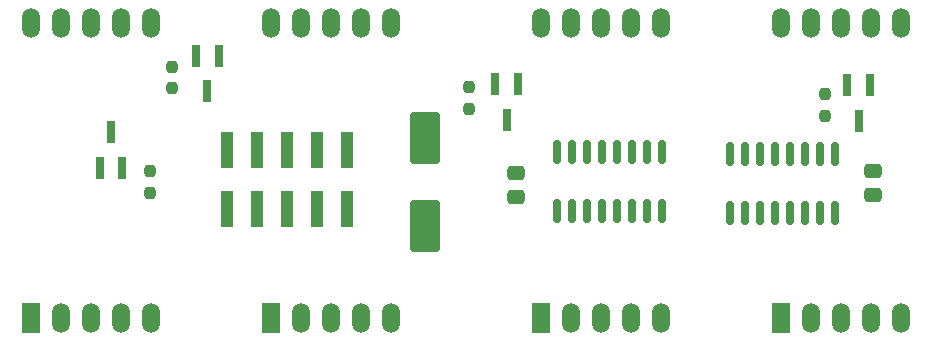
<source format=gbr>
%TF.GenerationSoftware,KiCad,Pcbnew,6.0.2+dfsg-1*%
%TF.CreationDate,2023-04-16T00:57:55+03:00*%
%TF.ProjectId,clock,636c6f63-6b2e-46b6-9963-61645f706362,rev?*%
%TF.SameCoordinates,Original*%
%TF.FileFunction,Soldermask,Bot*%
%TF.FilePolarity,Negative*%
%FSLAX46Y46*%
G04 Gerber Fmt 4.6, Leading zero omitted, Abs format (unit mm)*
G04 Created by KiCad (PCBNEW 6.0.2+dfsg-1) date 2023-04-16 00:57:55*
%MOMM*%
%LPD*%
G01*
G04 APERTURE LIST*
G04 Aperture macros list*
%AMRoundRect*
0 Rectangle with rounded corners*
0 $1 Rounding radius*
0 $2 $3 $4 $5 $6 $7 $8 $9 X,Y pos of 4 corners*
0 Add a 4 corners polygon primitive as box body*
4,1,4,$2,$3,$4,$5,$6,$7,$8,$9,$2,$3,0*
0 Add four circle primitives for the rounded corners*
1,1,$1+$1,$2,$3*
1,1,$1+$1,$4,$5*
1,1,$1+$1,$6,$7*
1,1,$1+$1,$8,$9*
0 Add four rect primitives between the rounded corners*
20,1,$1+$1,$2,$3,$4,$5,0*
20,1,$1+$1,$4,$5,$6,$7,0*
20,1,$1+$1,$6,$7,$8,$9,0*
20,1,$1+$1,$8,$9,$2,$3,0*%
G04 Aperture macros list end*
%ADD10R,1.524000X2.524000*%
%ADD11O,1.524000X2.524000*%
%ADD12RoundRect,0.250000X0.475000X-0.337500X0.475000X0.337500X-0.475000X0.337500X-0.475000X-0.337500X0*%
%ADD13R,1.000000X3.150000*%
%ADD14RoundRect,0.237500X0.237500X-0.250000X0.237500X0.250000X-0.237500X0.250000X-0.237500X-0.250000X0*%
%ADD15RoundRect,0.150000X-0.150000X0.825000X-0.150000X-0.825000X0.150000X-0.825000X0.150000X0.825000X0*%
%ADD16R,0.800000X1.900000*%
%ADD17RoundRect,0.250000X1.000000X-1.950000X1.000000X1.950000X-1.000000X1.950000X-1.000000X-1.950000X0*%
G04 APERTURE END LIST*
D10*
%TO.C,U1*%
X107950000Y-112913700D03*
D11*
X110490000Y-112913700D03*
X113030000Y-112913700D03*
X115570000Y-112913700D03*
X118110000Y-112913700D03*
X118110000Y-87913700D03*
X115570000Y-87913700D03*
X113030000Y-87913700D03*
X110490000Y-87913700D03*
X107950000Y-87913700D03*
%TD*%
D10*
%TO.C,U2*%
X128270000Y-112913700D03*
D11*
X130810000Y-112913700D03*
X133350000Y-112913700D03*
X135890000Y-112913700D03*
X138430000Y-112913700D03*
X138430000Y-87913700D03*
X135890000Y-87913700D03*
X133350000Y-87913700D03*
X130810000Y-87913700D03*
X128270000Y-87913700D03*
%TD*%
D10*
%TO.C,U5*%
X171450000Y-112913700D03*
D11*
X173990000Y-112913700D03*
X176530000Y-112913700D03*
X179070000Y-112913700D03*
X181610000Y-112913700D03*
X181610000Y-87913700D03*
X179070000Y-87913700D03*
X176530000Y-87913700D03*
X173990000Y-87913700D03*
X171450000Y-87913700D03*
%TD*%
D10*
%TO.C,U4*%
X151130000Y-112913700D03*
D11*
X153670000Y-112913700D03*
X156210000Y-112913700D03*
X158750000Y-112913700D03*
X161290000Y-112913700D03*
X161290000Y-87913700D03*
X158750000Y-87913700D03*
X156210000Y-87913700D03*
X153670000Y-87913700D03*
X151130000Y-87913700D03*
%TD*%
D12*
%TO.C,C4*%
X149000000Y-102700000D03*
X149000000Y-100625000D03*
%TD*%
D13*
%TO.C,J1*%
X134680000Y-103725000D03*
X134680000Y-98675000D03*
X132140000Y-103725000D03*
X132140000Y-98675000D03*
X129600000Y-103725000D03*
X129600000Y-98675000D03*
X127060000Y-103725000D03*
X127060000Y-98675000D03*
X124520000Y-103725000D03*
X124520000Y-98675000D03*
%TD*%
D14*
%TO.C,R2*%
X119900000Y-93455000D03*
X119900000Y-91630000D03*
%TD*%
D15*
%TO.C,U3*%
X167080000Y-99062500D03*
X168350000Y-99062500D03*
X169620000Y-99062500D03*
X170890000Y-99062500D03*
X172160000Y-99062500D03*
X173430000Y-99062500D03*
X174700000Y-99062500D03*
X175970000Y-99062500D03*
X175970000Y-104012500D03*
X174700000Y-104012500D03*
X173430000Y-104012500D03*
X172160000Y-104012500D03*
X170890000Y-104012500D03*
X169620000Y-104012500D03*
X168350000Y-104012500D03*
X167080000Y-104012500D03*
%TD*%
D16*
%TO.C,Q1*%
X115650000Y-100200000D03*
X113750000Y-100200000D03*
X114700000Y-97200000D03*
%TD*%
%TO.C,Q3*%
X147250000Y-93140000D03*
X149150000Y-93140000D03*
X148200000Y-96140000D03*
%TD*%
%TO.C,Q2*%
X121910000Y-90710000D03*
X123810000Y-90710000D03*
X122860000Y-93710000D03*
%TD*%
D14*
%TO.C,R3*%
X145050000Y-95222500D03*
X145050000Y-93397500D03*
%TD*%
D12*
%TO.C,C5*%
X179225000Y-102512500D03*
X179225000Y-100437500D03*
%TD*%
D17*
%TO.C,C3*%
X141300000Y-105100000D03*
X141300000Y-97700000D03*
%TD*%
D15*
%TO.C,U6*%
X152480000Y-98900000D03*
X153750000Y-98900000D03*
X155020000Y-98900000D03*
X156290000Y-98900000D03*
X157560000Y-98900000D03*
X158830000Y-98900000D03*
X160100000Y-98900000D03*
X161370000Y-98900000D03*
X161370000Y-103850000D03*
X160100000Y-103850000D03*
X158830000Y-103850000D03*
X157560000Y-103850000D03*
X156290000Y-103850000D03*
X155020000Y-103850000D03*
X153750000Y-103850000D03*
X152480000Y-103850000D03*
%TD*%
D16*
%TO.C,Q4*%
X177050000Y-93200000D03*
X178950000Y-93200000D03*
X178000000Y-96200000D03*
%TD*%
D14*
%TO.C,R1*%
X118000000Y-102300000D03*
X118000000Y-100475000D03*
%TD*%
%TO.C,R4*%
X175200000Y-95812500D03*
X175200000Y-93987500D03*
%TD*%
M02*

</source>
